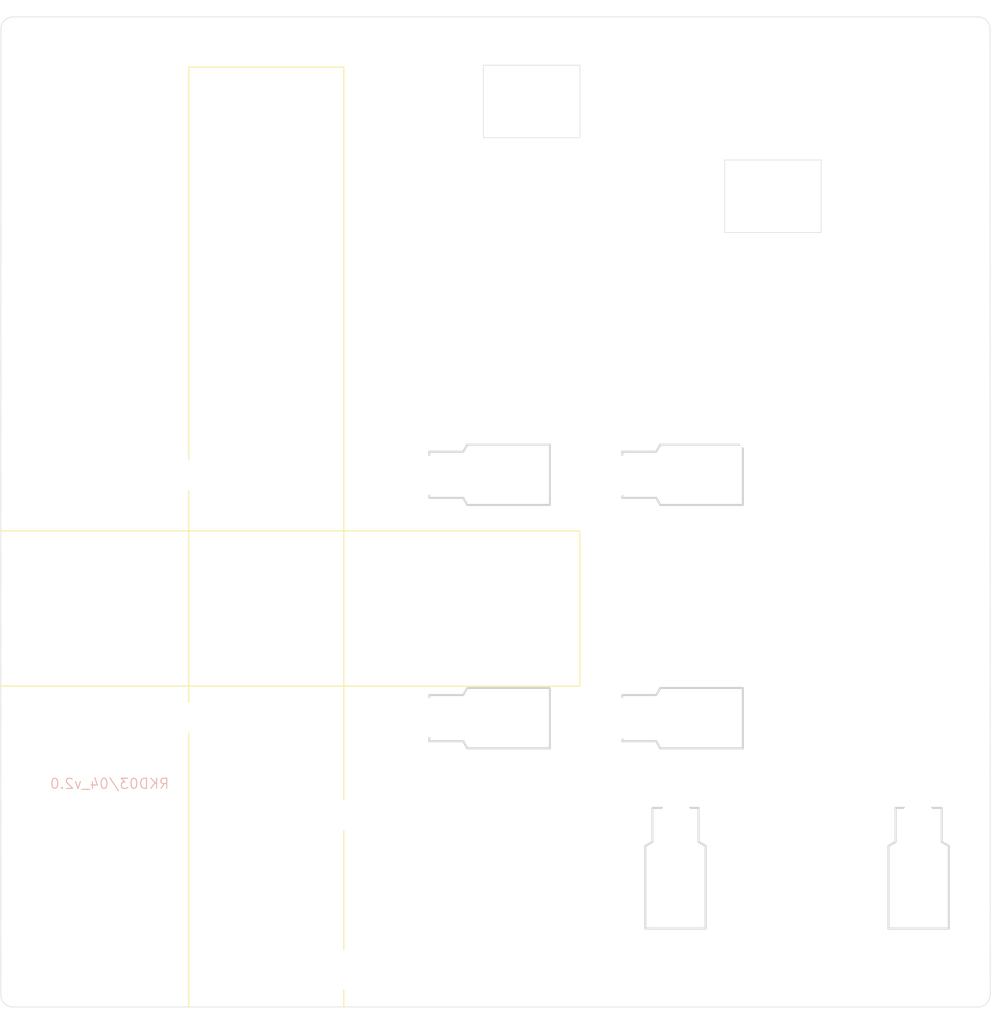
<source format=kicad_pcb>
(kicad_pcb (version 20241229) (generator "pcbnew") (generator_version "9.0")
  (layers (0 "F.Cu" signal) (2 "B.Cu" signal) (13 "F.Paste" user) (15 "B.Paste" user) (5 "F.SilkS" user "F.Silkscreen") (7 "B.SilkS" user "B.Silkscreen") (1 "F.Mask" user) (3 "B.Mask" user) (25 "Edge.Cuts" user))
  (net 0 "")
  (footprint "kbd_Hole:m2_Screw_Hole" (layer "F.Cu") (at 138.1125 111.91875)
    (property "Reference" "Ref**")
    (property "Value" "Val**")
    (pad "" np_thru_hole circle (at 0 0) (size 2.2 2.2) (drill 2.2) (layers "*.Cu" "*.Mask"))
  )
  (footprint "Rikkodo_FootPrint:rkd_Point_Screw_Hall" (layer "F.Cu") (at 110.728125 75.009375)
    (property "Reference" "Point1" (hide yes))
    (property "Value" "PointScrewHall" (hide yes))
    (pad "" np_thru_hole circle (at -7.25 -12) (size 2.2 2.2) (drill 2.2) (layers "*.Cu" "*.Mask"))
    (pad "" np_thru_hole circle (at -7.25 12) (size 2.2 2.2) (drill 2.2) (layers "*.Cu" "*.Mask"))
    (pad "" np_thru_hole circle (at 7.25 -12) (size 2.2 2.2) (drill 2.2) (layers "*.Cu" "*.Mask"))
    (pad "" np_thru_hole circle (at 7.25 12) (size 2.2 2.2) (drill 2.2) (layers "*.Cu" "*.Mask"))
  )
  (footprint "Rikkodo_FootPrint:rkd_picot5400_BTM" (layer "F.Cu") (at 100.0125 75.009375)
    (property "Reference" "Picot1" (hide yes))
    (property "Value" "rkd_picot5400_BTM")
    (pad "" np_thru_hole circle (at -16.75 -16.75) (size 2.2 2.2) (drill 2.2) (layers "*.Cu" "*.Mask"))
    (pad "" np_thru_hole circle (at -16.75 16.75) (size 2.2 2.2) (drill 2.2) (layers "*.Cu" "*.Mask"))
    (pad "" np_thru_hole circle (at 16.75 -16.75) (size 2.2 2.2) (drill 2.2) (layers "*.Cu" "*.Mask"))
    (pad "" np_thru_hole circle (at 16.75 16.75) (size 2.2 2.2) (drill 2.2) (layers "*.Cu" "*.Mask"))
  )
  (footprint "kbd_SW:CherryMX_stab_2u" (layer "F.Cu") (at 73.81875 73.81875 -90)
    (property "Reference" "SW2" (hide yes))
    (property "Value" "KEY_SWITCH" (hide yes))
    (pad "" np_thru_hole circle (at -11.938 -6.985 90) (size 3.048 3.048) (drill 3.048) (layers "*.Cu" "*.Mask"))
    (pad "" np_thru_hole circle (at -11.938 8.255 90) (size 3.9878 3.9878) (drill 3.9878) (layers "*.Cu" "*.Mask"))
    (pad "" np_thru_hole circle (at 11.938 -6.985 90) (size 3.048 3.048) (drill 3.048) (layers "*.Cu" "*.Mask"))
    (pad "" np_thru_hole circle (at 11.938 8.255 90) (size 3.9878 3.9878) (drill 3.9878) (layers "*.Cu" "*.Mask"))
  )
  (footprint "kbd_SW:CherryMX_stab_2u" (layer "F.Cu") (at 64.2937 102.3938)
    (property "Reference" "SW1" (hide yes))
    (property "Value" "SW_PUSH" (hide yes))
    (pad "" np_thru_hole circle (at -11.938 -6.985 180) (size 3.048 3.048) (drill 3.048) (layers "*.Cu" "*.Mask"))
    (pad "" np_thru_hole circle (at -11.938 8.255 180) (size 3.9878 3.9878) (drill 3.9878) (layers "*.Cu" "*.Mask"))
    (pad "" np_thru_hole circle (at 11.938 -6.985 180) (size 3.048 3.048) (drill 3.048) (layers "*.Cu" "*.Mask"))
    (pad "" np_thru_hole circle (at 11.938 8.255 180) (size 3.9878 3.9878) (drill 3.9878) (layers "*.Cu" "*.Mask"))
  )
  (footprint "kbd_Hole:m2_Screw_Hole" (layer "F.Cu") (at 45.24375 111.91875)
    (property "Reference" "Ref**")
    (property "Value" "Val**")
    (pad "" np_thru_hole circle (at 0 0) (size 2.2 2.2) (drill 2.2) (layers "*.Cu" "*.Mask"))
  )
  (footprint "kbd_Hole:m2_Screw_Hole" (layer "F.Cu") (at 97.63125 19.05)
    (property "Reference" "Ref**")
    (property "Value" "Val**")
    (pad "" np_thru_hole circle (at 0 0) (size 2.2 2.2) (drill 2.2) (layers "*.Cu" "*.Mask"))
  )
  (footprint "Rikkodo_FootPrint:rkd_unified_wid_BTM" (layer "F.Cu") (at 120.253125 21.43125)
    (property "Reference" "UnifiedW1" (hide yes))
    (property "Value" "rkd_unified_wid_BTM" (hide yes))
    (pad "" np_thru_hole circle (at -16.5 0) (size 2.2 2.2) (drill 2.2) (layers "*.Cu" "*.Mask"))
    (pad "" np_thru_hole circle (at 16.5 0) (size 2.2 2.2) (drill 2.2) (layers "*.Cu" "*.Mask"))
  )
  (footprint "Rikkodo_FootPrint:rkd_Bot_ChocV2_2u" (layer "F.Cu") (at 111.91875 73.81875 90)
    (property "Reference" "SW2" (hide yes))
    (property "Value" "KEY_SWITCH" (hide yes))
    (fp_line (start 9.725 -7.725) (end 14.275 -7.725) (stroke (width 0.2)) (layer "Edge.Cuts"))
    (fp_line (start -14.275 -7.725) (end -9.725 -7.725) (stroke (width 0.2)) (layer "Edge.Cuts"))
    (fp_line (start 14.275 -4.375) (end 14.275 -7.725) (stroke (width 0.2)) (layer "Edge.Cuts"))
    (fp_line (start 14.275 -4.375) (end 14.975 -3.975) (stroke (width 0.2)) (layer "Edge.Cuts"))
    (fp_line (start 9.725 -4.375) (end 9.725 -7.725) (stroke (width 0.2)) (layer "Edge.Cuts"))
    (fp_line (start 9.725 -4.375) (end 9.025 -3.975) (stroke (width 0.2)) (layer "Edge.Cuts"))
    (fp_line (start -9.725 -4.375) (end -9.725 -7.725) (stroke (width 0.2)) (layer "Edge.Cuts"))
    (fp_line (start -9.725 -4.375) (end -9.025 -3.975) (stroke (width 0.2)) (layer "Edge.Cuts"))
    (fp_line (start -14.275 -4.375) (end -14.275 -7.725) (stroke (width 0.2)) (layer "Edge.Cuts"))
    (fp_line (start -14.275 -4.375) (end -14.975 -3.975) (stroke (width 0.2)) (layer "Edge.Cuts"))
    (fp_line (start 14.975 -3.975) (end 14.975 4.175) (stroke (width 0.2)) (layer "Edge.Cuts"))
    (fp_line (start 9.025 -3.975) (end 9.025 4.175) (stroke (width 0.2)) (layer "Edge.Cuts"))
    (fp_line (start -9.025 -3.975) (end -9.025 4.175) (stroke (width 0.2)) (layer "Edge.Cuts"))
    (fp_line (start -14.975 -3.975) (end -14.975 4.175) (stroke (width 0.2)) (layer "Edge.Cuts"))
    (fp_line (start 14.975 4.175) (end 9.025 4.175) (stroke (width 0.2)) (layer "Edge.Cuts"))
    (fp_line (start -9.025 4.175) (end -14.975 4.175) (stroke (width 0.2)) (layer "Edge.Cuts"))
  )
  (footprint "kbd_Hole:m2_Screw_Hole" (layer "F.Cu") (at 45.24375 19.05)
    (property "Reference" "Ref**")
    (property "Value" "Val**")
    (pad "" np_thru_hole circle (at 0 0) (size 2.2 2.2) (drill 2.2) (layers "*.Cu" "*.Mask"))
  )
  (footprint "Rikkodo_FootPrint:rkd_Bot_ChocV2_2u" (layer "F.Cu") (at 92.86875 73.81875 90)
    (property "Reference" "SW2" (hide yes))
    (property "Value" "KEY_SWITCH" (hide yes))
    (fp_line (start 9.725 -7.725) (end 14.275 -7.725) (stroke (width 0.2)) (layer "Edge.Cuts"))
    (fp_line (start -14.275 -7.725) (end -9.725 -7.725) (stroke (width 0.2)) (layer "Edge.Cuts"))
    (fp_line (start 14.275 -4.375) (end 14.275 -7.725) (stroke (width 0.2)) (layer "Edge.Cuts"))
    (fp_line (start 14.275 -4.375) (end 14.975 -3.975) (stroke (width 0.2)) (layer "Edge.Cuts"))
    (fp_line (start 9.725 -4.375) (end 9.725 -7.725) (stroke (width 0.2)) (layer "Edge.Cuts"))
    (fp_line (start 9.725 -4.375) (end 9.025 -3.975) (stroke (width 0.2)) (layer "Edge.Cuts"))
    (fp_line (start -9.725 -4.375) (end -9.725 -7.725) (stroke (width 0.2)) (layer "Edge.Cuts"))
    (fp_line (start -9.725 -4.375) (end -9.025 -3.975) (stroke (width 0.2)) (layer "Edge.Cuts"))
    (fp_line (start -14.275 -4.375) (end -14.275 -7.725) (stroke (width 0.2)) (layer "Edge.Cuts"))
    (fp_line (start -14.275 -4.375) (end -14.975 -3.975) (stroke (width 0.2)) (layer "Edge.Cuts"))
    (fp_line (start 14.975 -3.975) (end 14.975 4.175) (stroke (width 0.2)) (layer "Edge.Cuts"))
    (fp_line (start 9.025 -3.975) (end 9.025 4.175) (stroke (width 0.2)) (layer "Edge.Cuts"))
    (fp_line (start -9.025 -3.975) (end -9.025 4.175) (stroke (width 0.2)) (layer "Edge.Cuts"))
    (fp_line (start -14.975 -3.975) (end -14.975 4.175) (stroke (width 0.2)) (layer "Edge.Cuts"))
    (fp_line (start 14.975 4.175) (end 9.025 4.175) (stroke (width 0.2)) (layer "Edge.Cuts"))
    (fp_line (start -9.025 4.175) (end -14.975 4.175) (stroke (width 0.2)) (layer "Edge.Cuts"))
  )
  (footprint "Rikkodo_FootPrint:rkd_SekiBall_ScrewHall" (layer "F.Cu") (at 110.728218 75.009438 90)
    (property "Reference" "REF**" (hide yes))
    (property "Value" "rkd_SekiBall_ScrewHall")
    (pad "" np_thru_hole oval (at -4.2 -5.1 90) (size 2.4 1.6) (drill oval 2.4 1.6) (layers "*.Cu" "*.Mask"))
    (pad "" np_thru_hole oval (at -4.2 5.1 90) (size 2.4 1.6) (drill oval 2.4 1.6) (layers "*.Cu" "*.Mask"))
    (pad "" np_thru_hole oval (at 4.2 -5.1 90) (size 2.4 1.6) (drill oval 2.4 1.6) (layers "*.Cu" "*.Mask"))
    (pad "" np_thru_hole oval (at 4.2 5.1 90) (size 2.4 1.6) (drill oval 2.4 1.6) (layers "*.Cu" "*.Mask"))
  )
  (footprint "Rikkodo_FootPrint:rkd_Bot_ChocV2_2u" (layer "F.Cu") (at 121.44375 102.39375)
    (property "Reference" "SW2" (hide yes))
    (property "Value" "KEY_SWITCH" (hide yes))
    (fp_line (start -14.975 -3.975) (end -14.975 4.175) (stroke (width 0.2)) (layer "Edge.Cuts"))
    (fp_line (start -14.275 -7.725) (end -9.725 -7.725) (stroke (width 0.2)) (layer "Edge.Cuts"))
    (fp_line (start -14.275 -4.375) (end -14.975 -3.975) (stroke (width 0.2)) (layer "Edge.Cuts"))
    (fp_line (start -14.275 -4.375) (end -14.275 -7.725) (stroke (width 0.2)) (layer "Edge.Cuts"))
    (fp_line (start -9.725 -4.375) (end -9.725 -7.725) (stroke (width 0.2)) (layer "Edge.Cuts"))
    (fp_line (start -9.725 -4.375) (end -9.025 -3.975) (stroke (width 0.2)) (layer "Edge.Cuts"))
    (fp_line (start -9.025 -3.975) (end -9.025 4.175) (stroke (width 0.2)) (layer "Edge.Cuts"))
    (fp_line (start -9.025 4.175) (end -14.975 4.175) (stroke (width 0.2)) (layer "Edge.Cuts"))
    (fp_line (start 9.025 -3.975) (end 9.025 4.175) (stroke (width 0.2)) (layer "Edge.Cuts"))
    (fp_line (start 9.725 -7.725) (end 14.275 -7.725) (stroke (width 0.2)) (layer "Edge.Cuts"))
    (fp_line (start 9.725 -4.375) (end 9.025 -3.975) (stroke (width 0.2)) (layer "Edge.Cuts"))
    (fp_line (start 9.725 -4.375) (end 9.725 -7.725) (stroke (width 0.2)) (layer "Edge.Cuts"))
    (fp_line (start 14.275 -4.375) (end 14.275 -7.725) (stroke (width 0.2)) (layer "Edge.Cuts"))
    (fp_line (start 14.275 -4.375) (end 14.975 -3.975) (stroke (width 0.2)) (layer "Edge.Cuts"))
    (fp_line (start 14.975 -3.975) (end 14.975 4.175) (stroke (width 0.2)) (layer "Edge.Cuts"))
    (fp_line (start 14.975 4.175) (end 9.025 4.175) (stroke (width 0.2)) (layer "Edge.Cuts"))
  )
  (footprint "Rikkodo_FootPrint:rkd_SekiBall_ScrewHall" (layer "F.Cu") (at 100.012584 75.009375 90)
    (property "Reference" "REF**" (hide yes))
    (property "Value" "rkd_SekiBall_ScrewHall")
    (pad "" np_thru_hole oval (at -4.2 -5.1 90) (size 2.4 1.6) (drill oval 2.4 1.6) (layers "*.Cu" "*.Mask"))
    (pad "" np_thru_hole oval (at -4.2 5.1 90) (size 2.4 1.6) (drill oval 2.4 1.6) (layers "*.Cu" "*.Mask"))
    (pad "" np_thru_hole oval (at 4.2 -5.1 90) (size 2.4 1.6) (drill oval 2.4 1.6) (layers "*.Cu" "*.Mask"))
    (pad "" np_thru_hole oval (at 4.2 5.1 90) (size 2.4 1.6) (drill oval 2.4 1.6) (layers "*.Cu" "*.Mask"))
  )
  (footprint "kbd_SW:CherryMX_stab_2u" (layer "F.Cu") (at 130.96875 73.81875 -90)
    (property "Reference" "SW2" (hide yes))
    (property "Value" "KEY_SWITCH" (hide yes))
    (pad "" np_thru_hole circle (at -11.938 -6.985 90) (size 3.048 3.048) (drill 3.048) (layers "*.Cu" "*.Mask"))
    (pad "" np_thru_hole circle (at -11.938 8.255 90) (size 3.9878 3.9878) (drill 3.9878) (layers "*.Cu" "*.Mask"))
    (pad "" np_thru_hole circle (at 11.938 -6.985 90) (size 3.048 3.048) (drill 3.048) (layers "*.Cu" "*.Mask"))
    (pad "" np_thru_hole circle (at 11.938 8.255 90) (size 3.9878 3.9878) (drill 3.9878) (layers "*.Cu" "*.Mask"))
  )
  (footprint "kbd_SW:CherryMX_stab_2u" (layer "F.Cu") (at 54.76875 73.81875 -90)
    (property "Reference" "SW2" (hide yes))
    (property "Value" "KEY_SWITCH" (hide yes))
    (pad "" np_thru_hole circle (at -11.938 -6.985 90) (size 3.048 3.048) (drill 3.048) (layers "*.Cu" "*.Mask"))
    (pad "" np_thru_hole circle (at -11.938 8.255 90) (size 3.9878 3.9878) (drill 3.9878) (layers "*.Cu" "*.Mask"))
    (pad "" np_thru_hole circle (at 11.938 -6.985 90) (size 3.048 3.048) (drill 3.048) (layers "*.Cu" "*.Mask"))
    (pad "" np_thru_hole circle (at 11.938 8.255 90) (size 3.9878 3.9878) (drill 3.9878) (layers "*.Cu" "*.Mask"))
  )
  (footprint "kbd_SW:CherryMX_stab_2u" (layer "F.Cu") (at 92.86875 73.81875 -90)
    (property "Reference" "SW2" (hide yes))
    (property "Value" "KEY_SWITCH" (hide yes))
    (pad "" np_thru_hole circle (at -11.938 -6.985 90) (size 3.048 3.048) (drill 3.048) (layers "*.Cu" "*.Mask"))
    (pad "" np_thru_hole circle (at -11.938 8.255 90) (size 3.9878 3.9878) (drill 3.9878) (layers "*.Cu" "*.Mask"))
    (pad "" np_thru_hole circle (at 11.938 -6.985 90) (size 3.048 3.048) (drill 3.048) (layers "*.Cu" "*.Mask"))
    (pad "" np_thru_hole circle (at 11.938 8.255 90) (size 3.9878 3.9878) (drill 3.9878) (layers "*.Cu" "*.Mask"))
  )
  (footprint "kbd_Hole:m2_Screw_Hole" (layer "F.Cu") (at 45.24375 47.625)
    (property "Reference" "Ref**")
    (property "Value" "Val**")
    (pad "" np_thru_hole circle (at 0 0) (size 2.2 2.2) (drill 2.2) (layers "*.Cu" "*.Mask"))
  )
  (footprint "kbd_SW:CherryMX_stab_2u" (layer "F.Cu") (at 111.91875 73.81875 -90)
    (property "Reference" "SW2" (hide yes))
    (property "Value" "KEY_SWITCH" (hide yes))
    (pad "" np_thru_hole circle (at -11.938 -6.985 90) (size 3.048 3.048) (drill 3.048) (layers "*.Cu" "*.Mask"))
    (pad "" np_thru_hole circle (at -11.938 8.255 90) (size 3.9878 3.9878) (drill 3.9878) (layers "*.Cu" "*.Mask"))
    (pad "" np_thru_hole circle (at 11.938 -6.985 90) (size 3.048 3.048) (drill 3.048) (layers "*.Cu" "*.Mask"))
    (pad "" np_thru_hole circle (at 11.938 8.255 90) (size 3.9878 3.9878) (drill 3.9878) (layers "*.Cu" "*.Mask"))
  )
  (footprint "Rikkodo_FootPrint:rkd_SekiBall_ScrewHall" (layer "F.Cu") (at 130.96886 31.551589)
    (property "Reference" "REF**" (hide yes))
    (property "Value" "rkd_SekiBall_ScrewHall")
    (pad "" np_thru_hole oval (at -4.2 -5.1) (size 2.4 1.6) (drill oval 2.4 1.6) (layers "*.Cu" "*.Mask"))
    (pad "" np_thru_hole oval (at -4.2 5.1) (size 2.4 1.6) (drill oval 2.4 1.6) (layers "*.Cu" "*.Mask"))
    (pad "" np_thru_hole oval (at 4.2 -5.1) (size 2.4 1.6) (drill oval 2.4 1.6) (layers "*.Cu" "*.Mask"))
    (pad "" np_thru_hole oval (at 4.2 5.1) (size 2.4 1.6) (drill oval 2.4 1.6) (layers "*.Cu" "*.Mask"))
  )
  (footprint "kbd_SW:CherryMX_stab_2u" (layer "F.Cu") (at 121.4437 102.3938)
    (property "Reference" "SW5" (hide yes))
    (property "Value" "SW_Push" (hide yes))
    (pad "" np_thru_hole circle (at -11.938 -6.985 180) (size 3.048 3.048) (drill 3.048) (layers "*.Cu" "*.Mask"))
    (pad "" np_thru_hole circle (at -11.938 8.255 180) (size 3.9878 3.9878) (drill 3.9878) (layers "*.Cu" "*.Mask"))
    (pad "" np_thru_hole circle (at 11.938 -6.985 180) (size 3.048 3.048) (drill 3.048) (layers "*.Cu" "*.Mask"))
    (pad "" np_thru_hole circle (at 11.938 8.255 180) (size 3.9878 3.9878) (drill 3.9878) (layers "*.Cu" "*.Mask"))
  )
  (footprint "kbd_Hole:m2_Screw_Hole" (layer "F.Cu") (at 138.1125 47.625)
    (property "Reference" "Ref**")
    (property "Value" "Val**")
    (pad "" np_thru_hole circle (at 0 0) (size 2.2 2.2) (drill 2.2) (layers "*.Cu" "*.Mask"))
  )
  (footprint "Rikkodo_FootPrint:rkd_Point_Screw_Hall" (layer "F.Cu") (at 130.96875 30.95625)
    (property "Reference" "Point1" (hide yes))
    (property "Value" "PointScrewHall" (hide yes))
    (pad "" np_thru_hole circle (at -7.25 -12) (size 2.2 2.2) (drill 2.2) (layers "*.Cu" "*.Mask"))
    (pad "" np_thru_hole circle (at -7.25 12) (size 2.2 2.2) (drill 2.2) (layers "*.Cu" "*.Mask"))
    (pad "" np_thru_hole circle (at 7.25 -12) (size 2.2 2.2) (drill 2.2) (layers "*.Cu" "*.Mask"))
    (pad "" np_thru_hole circle (at 7.25 12) (size 2.2 2.2) (drill 2.2) (layers "*.Cu" "*.Mask"))
  )
  (gr_line (start 61.406192 21.619512) (end 76.706192 21.619512) (stroke (width 0.1)) (layer "F.SilkS"))
  (gr_line (start 76.706192 21.619512) (end 76.706192 114.3) (stroke (width 0.1)) (layer "F.SilkS"))
  (gr_line (start 42.8625 82.659375) (end 100.012584 82.659375) (stroke (width 0.1)) (layer "F.SilkS"))
  (gr_line (start 100.012584 67.359375) (end 42.8625 67.359375) (stroke (width 0.1)) (layer "F.SilkS"))
  (gr_line (start 100.012584 67.359375) (end 100.012584 82.659375) (stroke (width 0.1)) (layer "F.SilkS"))
  (gr_line (start 61.406192 21.619512) (end 61.406192 114.3) (stroke (width 0.1)) (layer "F.SilkS"))
  (gr_arc (start 140.493775 113.10935) (mid 140.145059 113.951274) (end 139.30315 114.299975) (stroke (width 0.05)) (layer "Edge.Cuts"))
  (gr_line (start 114.300051 30.779793) (end 123.825051 30.779793) (stroke (width 0.05)) (layer "Edge.Cuts"))
  (gr_line (start 90.487424 21.431232) (end 100.012424 21.431232) (stroke (width 0.05)) (layer "Edge.Cuts"))
  (gr_line (start 114.299901 37.923549) (end 114.300051 30.779793) (stroke (width 0.05)) (layer "Edge.Cuts"))
  (gr_line (start 42.862525 17.8594) (end 42.853125 113.109375) (stroke (width 0.05)) (layer "Edge.Cuts"))
  (gr_line (start 100.012424 21.431232) (end 100.012274 28.574988) (stroke (width 0.05)) (layer "Edge.Cuts"))
  (gr_line (start 140.49375 17.859375) (end 140.503125 113.109375) (stroke (width 0.05)) (layer "Edge.Cuts"))
  (gr_arc (start 44.05315 114.3) (mid 43.211244 113.951281) (end 42.862525 113.109375) (stroke (width 0.05)) (layer "Edge.Cuts"))
  (gr_line (start 139.303125 16.66875) (end 44.05315 16.66875) (stroke (width 0.05)) (layer "Edge.Cuts"))
  (gr_line (start 123.824901 37.923549) (end 114.299901 37.923549) (stroke (width 0.05)) (layer "Edge.Cuts"))
  (gr_line (start 123.825051 30.779793) (end 123.824901 37.923549) (stroke (width 0.05)) (layer "Edge.Cuts"))
  (gr_line (start 90.487274 28.574988) (end 90.487424 21.431232) (stroke (width 0.05)) (layer "Edge.Cuts"))
  (gr_arc (start 42.862525 17.859375) (mid 43.211261 17.017501) (end 44.05315 16.66875) (stroke (width 0.05)) (layer "Edge.Cuts"))
  (gr_line (start 44.05315 114.3) (end 139.30315 114.299975) (stroke (width 0.05)) (layer "Edge.Cuts"))
  (gr_arc (start 139.303125 16.66875) (mid 140.144962 17.017523) (end 140.49375 17.859375) (stroke (width 0.05)) (layer "Edge.Cuts"))
  (gr_line (start 100.012274 28.574988) (end 90.487274 28.574988) (stroke (width 0.05)) (layer "Edge.Cuts"))
  (gr_text "RKD03/04_v2.0" (at 59.53125 92.86875 0) (layer "B.SilkS") (effects (font (size 1 1) (thickness 0.1)) (justify left bottom mirror)))
)
</source>
